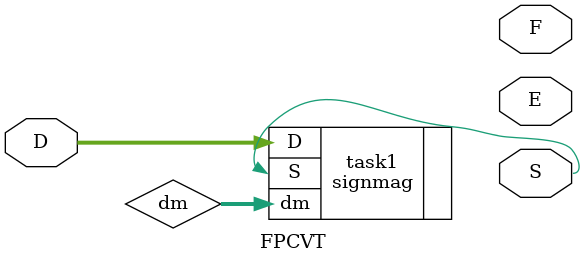
<source format=v>
`timescale 1ns / 1ps
module FPCVT(
    input [11:0] D,
    output S,
    output [2:0] E,
    output [3:0] F
    );
		wire [11:0] dm;

	signmag task1(
		.D(D),
		.S(S),
		.dm(dm)
	);

endmodule

</source>
